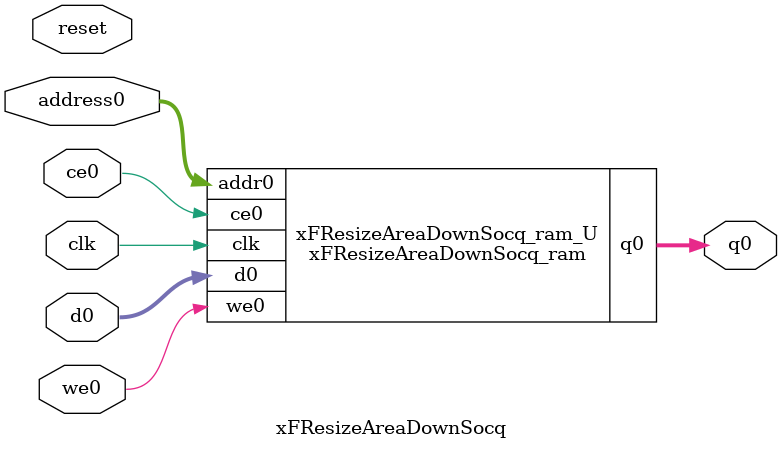
<source format=v>
`timescale 1 ns / 1 ps
module xFResizeAreaDownSocq_ram (addr0, ce0, d0, we0, q0,  clk);

parameter DWIDTH = 16;
parameter AWIDTH = 10;
parameter MEM_SIZE = 640;

input[AWIDTH-1:0] addr0;
input ce0;
input[DWIDTH-1:0] d0;
input we0;
output reg[DWIDTH-1:0] q0;
input clk;

(* ram_style = "block" *)reg [DWIDTH-1:0] ram[0:MEM_SIZE-1];




always @(posedge clk)  
begin 
    if (ce0) 
    begin
        if (we0) 
        begin 
            ram[addr0] <= d0; 
        end 
        q0 <= ram[addr0];
    end
end


endmodule

`timescale 1 ns / 1 ps
module xFResizeAreaDownSocq(
    reset,
    clk,
    address0,
    ce0,
    we0,
    d0,
    q0);

parameter DataWidth = 32'd16;
parameter AddressRange = 32'd640;
parameter AddressWidth = 32'd10;
input reset;
input clk;
input[AddressWidth - 1:0] address0;
input ce0;
input we0;
input[DataWidth - 1:0] d0;
output[DataWidth - 1:0] q0;



xFResizeAreaDownSocq_ram xFResizeAreaDownSocq_ram_U(
    .clk( clk ),
    .addr0( address0 ),
    .ce0( ce0 ),
    .we0( we0 ),
    .d0( d0 ),
    .q0( q0 ));

endmodule


</source>
